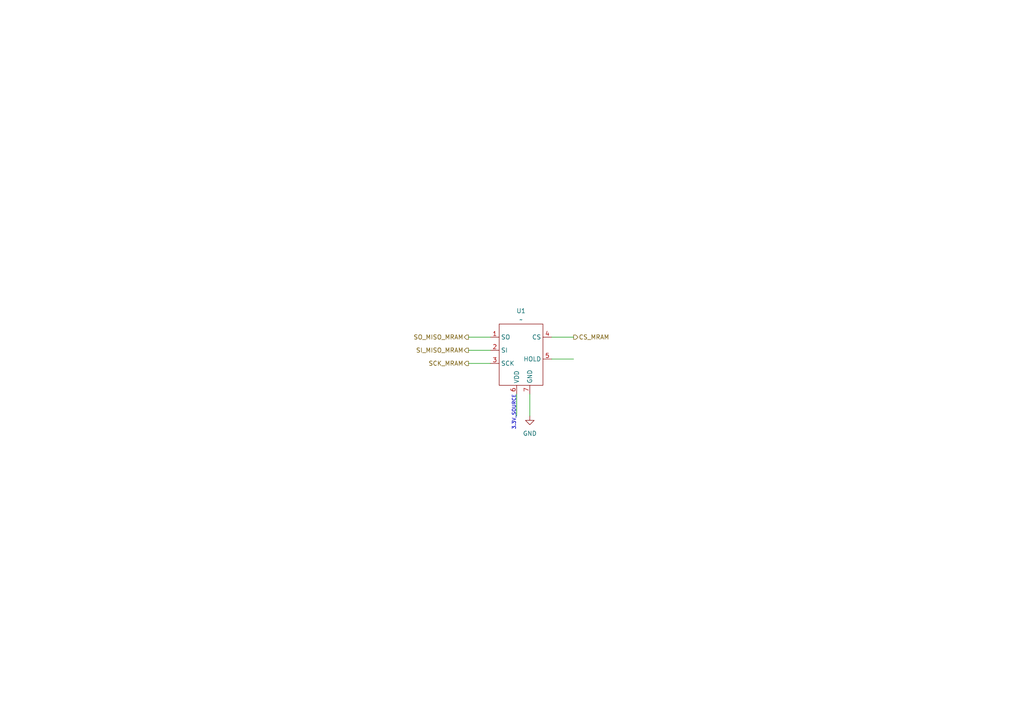
<source format=kicad_sch>
(kicad_sch
	(version 20231120)
	(generator "eeschema")
	(generator_version "8.0")
	(uuid "89d818a0-769e-4400-8236-279e2394f90e")
	(paper "A4")
	(title_block
		(title "MRAM")
		(date "2024-12-12")
		(comment 1 "MR25H10MDC")
		(comment 2 "The MR25H10 is a 1,048,576-bit magnetoresistive random access")
	)
	(lib_symbols
		(symbol "MR2SH10 MRAM:MR2SH10_MRAM"
			(exclude_from_sim no)
			(in_bom yes)
			(on_board yes)
			(property "Reference" "U1"
				(at 0 11.43 0)
				(effects
					(font
						(size 1.27 1.27)
					)
				)
			)
			(property "Value" "~"
				(at 0 8.89 0)
				(effects
					(font
						(size 1.27 1.27)
					)
				)
			)
			(property "Footprint" ""
				(at 0 0 0)
				(effects
					(font
						(size 1.27 1.27)
					)
					(hide yes)
				)
			)
			(property "Datasheet" ""
				(at 0 0 0)
				(effects
					(font
						(size 1.27 1.27)
					)
					(hide yes)
				)
			)
			(property "Description" ""
				(at 0 0 0)
				(effects
					(font
						(size 1.27 1.27)
					)
					(hide yes)
				)
			)
			(symbol "MR2SH10_MRAM_0_1"
				(rectangle
					(start -6.35 7.62)
					(end 6.35 -10.16)
					(stroke
						(width 0)
						(type default)
					)
					(fill
						(type none)
					)
				)
			)
			(symbol "MR2SH10_MRAM_1_1"
				(pin output line
					(at -8.89 3.81 0)
					(length 2.54)
					(name "SO"
						(effects
							(font
								(size 1.27 1.27)
							)
						)
					)
					(number "1"
						(effects
							(font
								(size 1.27 1.27)
							)
						)
					)
				)
				(pin input line
					(at -8.89 0 0)
					(length 2.54)
					(name "SI"
						(effects
							(font
								(size 1.27 1.27)
							)
						)
					)
					(number "2"
						(effects
							(font
								(size 1.27 1.27)
							)
						)
					)
				)
				(pin input line
					(at -8.89 -3.81 0)
					(length 2.54)
					(name "SCK"
						(effects
							(font
								(size 1.27 1.27)
							)
						)
					)
					(number "3"
						(effects
							(font
								(size 1.27 1.27)
							)
						)
					)
				)
				(pin input line
					(at 8.89 3.81 180)
					(length 2.54)
					(name "CS"
						(effects
							(font
								(size 1.27 1.27)
							)
						)
					)
					(number "4"
						(effects
							(font
								(size 1.27 1.27)
							)
						)
					)
				)
				(pin input line
					(at 8.89 -2.54 180)
					(length 2.54)
					(name "HOLD"
						(effects
							(font
								(size 1.27 1.27)
							)
						)
					)
					(number "5"
						(effects
							(font
								(size 1.27 1.27)
							)
						)
					)
				)
				(pin input line
					(at -1.27 -12.7 90)
					(length 2.54)
					(name "VDD"
						(effects
							(font
								(size 1.27 1.27)
							)
						)
					)
					(number "6"
						(effects
							(font
								(size 1.27 1.27)
							)
						)
					)
				)
				(pin output line
					(at 2.54 -12.7 90)
					(length 2.54)
					(name "GND"
						(effects
							(font
								(size 1.27 1.27)
							)
						)
					)
					(number "7"
						(effects
							(font
								(size 1.27 1.27)
							)
						)
					)
				)
			)
		)
		(symbol "power:GND"
			(power)
			(pin_numbers hide)
			(pin_names
				(offset 0) hide)
			(exclude_from_sim no)
			(in_bom yes)
			(on_board yes)
			(property "Reference" "#PWR"
				(at 0 -6.35 0)
				(effects
					(font
						(size 1.27 1.27)
					)
					(hide yes)
				)
			)
			(property "Value" "GND"
				(at 0 -3.81 0)
				(effects
					(font
						(size 1.27 1.27)
					)
				)
			)
			(property "Footprint" ""
				(at 0 0 0)
				(effects
					(font
						(size 1.27 1.27)
					)
					(hide yes)
				)
			)
			(property "Datasheet" ""
				(at 0 0 0)
				(effects
					(font
						(size 1.27 1.27)
					)
					(hide yes)
				)
			)
			(property "Description" "Power symbol creates a global label with name \"GND\" , ground"
				(at 0 0 0)
				(effects
					(font
						(size 1.27 1.27)
					)
					(hide yes)
				)
			)
			(property "ki_keywords" "global power"
				(at 0 0 0)
				(effects
					(font
						(size 1.27 1.27)
					)
					(hide yes)
				)
			)
			(symbol "GND_0_1"
				(polyline
					(pts
						(xy 0 0) (xy 0 -1.27) (xy 1.27 -1.27) (xy 0 -2.54) (xy -1.27 -1.27) (xy 0 -1.27)
					)
					(stroke
						(width 0)
						(type default)
					)
					(fill
						(type none)
					)
				)
			)
			(symbol "GND_1_1"
				(pin power_in line
					(at 0 0 270)
					(length 0)
					(name "~"
						(effects
							(font
								(size 1.27 1.27)
							)
						)
					)
					(number "1"
						(effects
							(font
								(size 1.27 1.27)
							)
						)
					)
				)
			)
		)
	)
	(wire
		(pts
			(xy 149.86 114.3) (xy 149.86 120.65)
		)
		(stroke
			(width 0)
			(type default)
		)
		(uuid "5b11ca09-ba47-4d1f-b332-134cdc706fea")
	)
	(wire
		(pts
			(xy 160.02 104.14) (xy 166.37 104.14)
		)
		(stroke
			(width 0)
			(type default)
		)
		(uuid "9898f014-8886-455f-833e-ffcf937d2d4f")
	)
	(wire
		(pts
			(xy 153.67 114.3) (xy 153.67 120.65)
		)
		(stroke
			(width 0)
			(type default)
		)
		(uuid "dbfcc276-3cd4-43a2-858f-f2865a631542")
	)
	(wire
		(pts
			(xy 135.89 105.41) (xy 142.24 105.41)
		)
		(stroke
			(width 0)
			(type default)
		)
		(uuid "e3bede0b-7f9a-4068-a5ba-3906bb1f6742")
	)
	(wire
		(pts
			(xy 160.02 97.79) (xy 166.37 97.79)
		)
		(stroke
			(width 0)
			(type default)
		)
		(uuid "fc29ae4d-b37d-4574-b1b5-60a4ea853622")
	)
	(wire
		(pts
			(xy 135.89 101.6) (xy 142.24 101.6)
		)
		(stroke
			(width 0)
			(type default)
		)
		(uuid "fc7a93af-0cbe-4ad5-8603-452bfc166c70")
	)
	(wire
		(pts
			(xy 135.89 97.79) (xy 142.24 97.79)
		)
		(stroke
			(width 0)
			(type default)
		)
		(uuid "fd64d96a-08e6-4405-be06-438623c1eb1b")
	)
	(text "3.3V_SOURCE"
		(exclude_from_sim no)
		(at 149.098 119.634 90)
		(effects
			(font
				(size 1.016 1.016)
			)
		)
		(uuid "0d8f6330-2c92-4a8a-ad1c-21357033e8d3")
	)
	(hierarchical_label "SO_MISO_MRAM"
		(shape output)
		(at 135.89 97.79 180)
		(fields_autoplaced yes)
		(effects
			(font
				(size 1.27 1.27)
			)
			(justify right)
		)
		(uuid "144b718b-cf7d-4a4a-89b9-39083e9a51b8")
	)
	(hierarchical_label "SCK_MRAM"
		(shape output)
		(at 135.89 105.41 180)
		(fields_autoplaced yes)
		(effects
			(font
				(size 1.27 1.27)
			)
			(justify right)
		)
		(uuid "1a55ee69-c43e-447f-b22e-b907a329e2d9")
	)
	(hierarchical_label "CS_MRAM"
		(shape output)
		(at 166.37 97.79 0)
		(fields_autoplaced yes)
		(effects
			(font
				(size 1.27 1.27)
			)
			(justify left)
		)
		(uuid "d18086cd-9d27-44a2-9c9c-1854941b1f17")
	)
	(hierarchical_label "SI_MISO_MRAM"
		(shape output)
		(at 135.89 101.6 180)
		(fields_autoplaced yes)
		(effects
			(font
				(size 1.27 1.27)
			)
			(justify right)
		)
		(uuid "dee8fd13-0639-4ddb-a97c-83f3e6de3281")
	)
	(symbol
		(lib_id "MR2SH10 MRAM:MR2SH10_MRAM")
		(at 151.13 101.6 0)
		(unit 1)
		(exclude_from_sim no)
		(in_bom yes)
		(on_board yes)
		(dnp no)
		(fields_autoplaced yes)
		(uuid "55f79336-4b6f-4738-8b8f-05bc106838ba")
		(property "Reference" "U1"
			(at 151.13 90.17 0)
			(effects
				(font
					(size 1.27 1.27)
				)
			)
		)
		(property "Value" "~"
			(at 151.13 92.71 0)
			(effects
				(font
					(size 1.27 1.27)
				)
			)
		)
		(property "Footprint" ""
			(at 151.13 101.6 0)
			(effects
				(font
					(size 1.27 1.27)
				)
				(hide yes)
			)
		)
		(property "Datasheet" ""
			(at 151.13 101.6 0)
			(effects
				(font
					(size 1.27 1.27)
				)
				(hide yes)
			)
		)
		(property "Description" ""
			(at 151.13 101.6 0)
			(effects
				(font
					(size 1.27 1.27)
				)
				(hide yes)
			)
		)
		(pin "1"
			(uuid "a95453f4-db90-4cb3-a343-4cd6c32a2b3b")
		)
		(pin "2"
			(uuid "c74d29d5-9df8-44af-bf54-da3c7bec1d14")
		)
		(pin "3"
			(uuid "8071b3f0-2ccb-4f59-917a-03a439e38793")
		)
		(pin "5"
			(uuid "064bb8b3-88b1-4eba-816b-f5317567f6f0")
		)
		(pin "4"
			(uuid "a627e782-6edb-46f1-adad-f0d25e902855")
		)
		(pin "6"
			(uuid "bfb5714e-4576-4129-b672-2787869b61ac")
		)
		(pin "7"
			(uuid "480c3915-8c6b-4f5a-b23b-850adb31387f")
		)
		(instances
			(project ""
				(path "/89d818a0-769e-4400-8236-279e2394f90e"
					(reference "U1")
					(unit 1)
				)
			)
		)
	)
	(symbol
		(lib_id "power:GND")
		(at 153.67 120.65 0)
		(unit 1)
		(exclude_from_sim no)
		(in_bom yes)
		(on_board yes)
		(dnp no)
		(fields_autoplaced yes)
		(uuid "b6a1a59c-aa46-4a2a-b992-eb6fbcba4d47")
		(property "Reference" "#PWR01"
			(at 153.67 127 0)
			(effects
				(font
					(size 1.27 1.27)
				)
				(hide yes)
			)
		)
		(property "Value" "GND"
			(at 153.67 125.73 0)
			(effects
				(font
					(size 1.27 1.27)
				)
			)
		)
		(property "Footprint" ""
			(at 153.67 120.65 0)
			(effects
				(font
					(size 1.27 1.27)
				)
				(hide yes)
			)
		)
		(property "Datasheet" ""
			(at 153.67 120.65 0)
			(effects
				(font
					(size 1.27 1.27)
				)
				(hide yes)
			)
		)
		(property "Description" "Power symbol creates a global label with name \"GND\" , ground"
			(at 153.67 120.65 0)
			(effects
				(font
					(size 1.27 1.27)
				)
				(hide yes)
			)
		)
		(pin "1"
			(uuid "57f828e9-eafc-48c7-a642-0697934d6a46")
		)
		(instances
			(project ""
				(path "/89d818a0-769e-4400-8236-279e2394f90e"
					(reference "#PWR01")
					(unit 1)
				)
			)
		)
	)
	(sheet_instances
		(path "/"
			(page "1")
		)
	)
)

</source>
